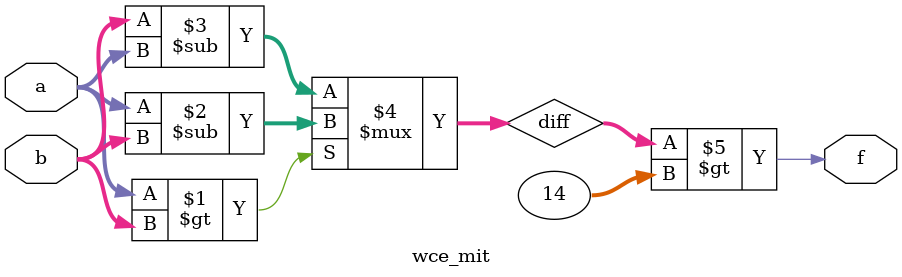
<source format=v>
module wce_mit(a, b, f);
parameter _bit = 9;
parameter wce = 14;
input [_bit - 1: 0] a;
input [_bit - 1: 0] b;
output f;
wire [_bit - 1: 0] diff;
assign diff = (a > b)? (a - b): (b - a);
assign f = (diff > wce);
endmodule

</source>
